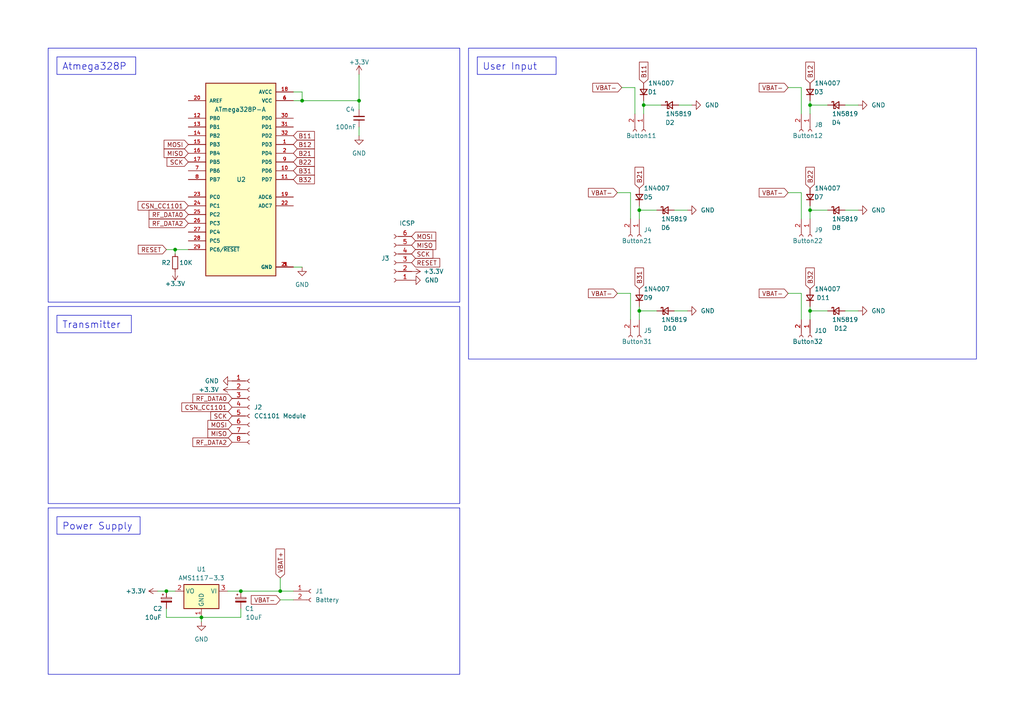
<source format=kicad_sch>
(kicad_sch (version 20230121) (generator eeschema)
  (paper "A4")
  (title_block (title "Garage Remote Lite") (date "2023-09-01") (rev "1.1.0") (company "Pablo Ortiz López") (comment 1 "Low Power Garage Remote Based on the CC1101 Module") (comment 2 "ortizma.com"))
  (lib_symbols
    (symbol "ATMEGA328P-AU:ATMEGA328P-AU" (pin_names (offset 1.016))
      (property "Reference" "U" (at -10.1755 29.2546 0))
      (property "Value" "ATMEGA328P-AU" (at -10.1669 -31.7714 0))
      (symbol "ATMEGA328P-AU_0_0"
        (rectangle (start -10.16 -27.94) (end 10.16 27.94) (stroke (width 0.254)) (fill (type background)))
        (pin bidirectional line (at 15.24 10.16 180) (length 5.08) (name "PD3") (number "1"))
        (pin bidirectional line (at 15.24 2.54 180) (length 5.08) (name "PD6") (number "10"))
        (pin bidirectional line (at 15.24 0 180) (length 5.08) (name "PD7") (number "11"))
        (pin bidirectional line (at -15.24 17.78 0) (length 5.08) (name "PB0") (number "12"))
        (pin bidirectional line (at -15.24 15.24 0) (length 5.08) (name "PB1") (number "13"))
        (pin bidirectional line (at -15.24 12.7 0) (length 5.08) (name "PB2") (number "14"))
        (pin bidirectional line (at -15.24 10.16 0) (length 5.08) (name "PB3") (number "15"))
        (pin bidirectional line (at -15.24 7.62 0) (length 5.08) (name "PB4") (number "16"))
        (pin bidirectional line (at -15.24 5.08 0) (length 5.08) (name "PB5") (number "17"))
        (pin power_in line (at 15.24 25.4 180) (length 5.08) (name "AVCC") (number "18"))
        (pin bidirectional line (at 15.24 -5.08 180) (length 5.08) (name "ADC6") (number "19"))
        (pin bidirectional line (at 15.24 7.62 180) (length 5.08) (name "PD4") (number "2"))
        (pin input line (at -15.24 22.86 0) (length 5.08) (name "AREF") (number "20"))
        (pin power_in line (at 15.24 -25.4 180) (length 5.08) (name "GND") (number "21"))
        (pin bidirectional line (at 15.24 -7.62 180) (length 5.08) (name "ADC7") (number "22"))
        (pin bidirectional line (at -15.24 -5.08 0) (length 5.08) (name "PC0") (number "23"))
        (pin bidirectional line (at -15.24 -7.62 0) (length 5.08) (name "PC1") (number "24"))
        (pin bidirectional line (at -15.24 -10.16 0) (length 5.08) (name "PC2") (number "25"))
        (pin bidirectional line (at -15.24 -12.7 0) (length 5.08) (name "PC3") (number "26"))
        (pin bidirectional line (at -15.24 -15.24 0) (length 5.08) (name "PC4") (number "27"))
        (pin bidirectional line (at -15.24 -17.78 0) (length 5.08) (name "PC5") (number "28"))
        (pin bidirectional line (at -15.24 -20.32 0) (length 5.08) (name "PC6/~{RESET}") (number "29"))
        (pin power_in line (at 15.24 -25.4 180) (length 5.08) (name "GND") (number "3"))
        (pin bidirectional line (at 15.24 17.78 180) (length 5.08) (name "PD0") (number "30"))
        (pin bidirectional line (at 15.24 15.24 180) (length 5.08) (name "PD1") (number "31"))
        (pin bidirectional line (at 15.24 12.7 180) (length 5.08) (name "PD2") (number "32"))
        (pin power_in line (at 15.24 22.86 180) (length 5.08) (name "VCC") (number "4"))
        (pin power_in line (at 15.24 -25.4 180) (length 5.08) (name "GND") (number "5"))
        (pin power_in line (at 15.24 22.86 180) (length 5.08) (name "VCC") (number "6"))
        (pin bidirectional line (at -15.24 2.54 0) (length 5.08) (name "PB6") (number "7"))
        (pin bidirectional line (at -15.24 0 0) (length 5.08) (name "PB7") (number "8"))
        (pin bidirectional line (at 15.24 5.08 180) (length 5.08) (name "PD5") (number "9"))
      )
    )
    (symbol "Connector:Conn_01x02_Socket" (pin_names (offset 1.016) hide)
      (property "Reference" "J" (at 0 2.54 0))
      (property "Value" "Conn_01x02_Socket" (at 0 -5.08 0))
      (symbol "Conn_01x02_Socket_1_1"
        (arc (start 0 -2.032) (mid -0.5058 -2.54) (end 0 -3.048) (stroke (width 0.1524)))
        (polyline (pts (xy -1.27 -2.54) (xy -0.508 -2.54)) (stroke (width 0.1524)))
        (polyline (pts (xy -1.27 0) (xy -0.508 0)) (stroke (width 0.1524)))
        (arc (start 0 0.508) (mid -0.5058 0) (end 0 -0.508) (stroke (width 0.1524)))
        (pin passive line (at -5.08 0 0) (length 3.81) (name "Pin_1") (number "1"))
        (pin passive line (at -5.08 -2.54 0) (length 3.81) (name "Pin_2") (number "2"))
      )
    )
    (symbol "Connector:Conn_01x06_Socket" (pin_names (offset 1.016) hide)
      (property "Reference" "J" (at 0 7.62 0))
      (property "Value" "Conn_01x06_Socket" (at 0 -10.16 0))
      (symbol "Conn_01x06_Socket_1_1"
        (arc (start 0 -7.112) (mid -0.5058 -7.62) (end 0 -8.128) (stroke (width 0.1524)))
        (arc (start 0 -4.572) (mid -0.5058 -5.08) (end 0 -5.588) (stroke (width 0.1524)))
        (arc (start 0 -2.032) (mid -0.5058 -2.54) (end 0 -3.048) (stroke (width 0.1524)))
        (polyline (pts (xy -1.27 -7.62) (xy -0.508 -7.62)) (stroke (width 0.1524)))
        (polyline (pts (xy -1.27 -5.08) (xy -0.508 -5.08)) (stroke (width 0.1524)))
        (polyline (pts (xy -1.27 -2.54) (xy -0.508 -2.54)) (stroke (width 0.1524)))
        (polyline (pts (xy -1.27 0) (xy -0.508 0)) (stroke (width 0.1524)))
        (polyline (pts (xy -1.27 2.54) (xy -0.508 2.54)) (stroke (width 0.1524)))
        (polyline (pts (xy -1.27 5.08) (xy -0.508 5.08)) (stroke (width 0.1524)))
        (arc (start 0 0.508) (mid -0.5058 0) (end 0 -0.508) (stroke (width 0.1524)))
        (arc (start 0 3.048) (mid -0.5058 2.54) (end 0 2.032) (stroke (width 0.1524)))
        (arc (start 0 5.588) (mid -0.5058 5.08) (end 0 4.572) (stroke (width 0.1524)))
        (pin passive line (at -5.08 5.08 0) (length 3.81) (name "Pin_1") (number "1"))
        (pin passive line (at -5.08 2.54 0) (length 3.81) (name "Pin_2") (number "2"))
        (pin passive line (at -5.08 0 0) (length 3.81) (name "Pin_3") (number "3"))
        (pin passive line (at -5.08 -2.54 0) (length 3.81) (name "Pin_4") (number "4"))
        (pin passive line (at -5.08 -5.08 0) (length 3.81) (name "Pin_5") (number "5"))
        (pin passive line (at -5.08 -7.62 0) (length 3.81) (name "Pin_6") (number "6"))
      )
    )
    (symbol "Connector:Conn_01x08_Socket" (pin_names (offset 1.016) hide)
      (property "Reference" "J" (at 0 10.16 0))
      (property "Value" "Conn_01x08_Socket" (at 0 -12.7 0))
      (symbol "Conn_01x08_Socket_1_1"
        (arc (start 0 -9.652) (mid -0.5058 -10.16) (end 0 -10.668) (stroke (width 0.1524)))
        (arc (start 0 -7.112) (mid -0.5058 -7.62) (end 0 -8.128) (stroke (width 0.1524)))
        (arc (start 0 -4.572) (mid -0.5058 -5.08) (end 0 -5.588) (stroke (width 0.1524)))
        (arc (start 0 -2.032) (mid -0.5058 -2.54) (end 0 -3.048) (stroke (width 0.1524)))
        (polyline (pts (xy -1.27 -10.16) (xy -0.508 -10.16)) (stroke (width 0.1524)))
        (polyline (pts (xy -1.27 -7.62) (xy -0.508 -7.62)) (stroke (width 0.1524)))
        (polyline (pts (xy -1.27 -5.08) (xy -0.508 -5.08)) (stroke (width 0.1524)))
        (polyline (pts (xy -1.27 -2.54) (xy -0.508 -2.54)) (stroke (width 0.1524)))
        (polyline (pts (xy -1.27 0) (xy -0.508 0)) (stroke (width 0.1524)))
        (polyline (pts (xy -1.27 2.54) (xy -0.508 2.54)) (stroke (width 0.1524)))
        (polyline (pts (xy -1.27 5.08) (xy -0.508 5.08)) (stroke (width 0.1524)))
        (polyline (pts (xy -1.27 7.62) (xy -0.508 7.62)) (stroke (width 0.1524)))
        (arc (start 0 0.508) (mid -0.5058 0) (end 0 -0.508) (stroke (width 0.1524)))
        (arc (start 0 3.048) (mid -0.5058 2.54) (end 0 2.032) (stroke (width 0.1524)))
        (arc (start 0 5.588) (mid -0.5058 5.08) (end 0 4.572) (stroke (width 0.1524)))
        (arc (start 0 8.128) (mid -0.5058 7.62) (end 0 7.112) (stroke (width 0.1524)))
        (pin passive line (at -5.08 7.62 0) (length 3.81) (name "Pin_1") (number "1"))
        (pin passive line (at -5.08 5.08 0) (length 3.81) (name "Pin_2") (number "2"))
        (pin passive line (at -5.08 2.54 0) (length 3.81) (name "Pin_3") (number "3"))
        (pin passive line (at -5.08 0 0) (length 3.81) (name "Pin_4") (number "4"))
        (pin passive line (at -5.08 -2.54 0) (length 3.81) (name "Pin_5") (number "5"))
        (pin passive line (at -5.08 -5.08 0) (length 3.81) (name "Pin_6") (number "6"))
        (pin passive line (at -5.08 -7.62 0) (length 3.81) (name "Pin_7") (number "7"))
        (pin passive line (at -5.08 -10.16 0) (length 3.81) (name "Pin_8") (number "8"))
      )
    )
    (symbol "Device:C_Polarized_Small" (pin_numbers hide) (pin_names (offset 0.254) hide)
      (property "Reference" "C" (at 0.254 1.778 0))
      (property "Value" "C_Polarized_Small" (at 0.254 -2.032 0))
      (symbol "C_Polarized_Small_0_1"
        (rectangle (start -1.524 -0.3048) (end 1.524 -0.6858) (fill (type outline)))
        (rectangle (start -1.524 0.6858) (end 1.524 0.3048))
        (polyline (pts (xy -1.27 1.524) (xy -0.762 1.524)))
        (polyline (pts (xy -1.016 1.27) (xy -1.016 1.778)))
      )
      (symbol "C_Polarized_Small_1_1"
        (pin passive line (at 0 2.54 270) (length 1.8542) (name "~") (number "1"))
        (pin passive line (at 0 -2.54 90) (length 1.8542) (name "~") (number "2"))
      )
    )
    (symbol "Device:C_Small" (pin_numbers hide) (pin_names (offset 0.254) hide)
      (property "Reference" "C" (at 0.254 1.778 0))
      (property "Value" "C_Small" (at 0.254 -2.032 0))
      (symbol "C_Small_0_1"
        (polyline (pts (xy -1.524 -0.508) (xy 1.524 -0.508)) (stroke (width 0.3302)))
        (polyline (pts (xy -1.524 0.508) (xy 1.524 0.508)) (stroke (width 0.3048)))
      )
      (symbol "C_Small_1_1"
        (pin passive line (at 0 2.54 270) (length 2.032) (name "~") (number "1"))
        (pin passive line (at 0 -2.54 90) (length 2.032) (name "~") (number "2"))
      )
    )
    (symbol "Device:D_Schottky_Small" (pin_numbers hide) (pin_names (offset 0.254) hide)
      (property "Reference" "D" (at -1.27 2.032 0))
      (property "Value" "D_Schottky_Small" (at -7.112 -2.032 0))
      (symbol "D_Schottky_Small_0_1"
        (polyline (pts (xy -0.762 0) (xy 0.762 0)))
        (polyline (pts (xy 0.762 -1.016) (xy -0.762 0) (xy 0.762 1.016) (xy 0.762 -1.016)) (stroke (width 0.254)))
        (polyline (pts (xy -1.27 0.762) (xy -1.27 1.016) (xy -0.762 1.016) (xy -0.762 -1.016) (xy -0.254 -1.016) (xy -0.254 -0.762)) (stroke (width 0.254)))
      )
      (symbol "D_Schottky_Small_1_1"
        (pin passive line (at -2.54 0 0) (length 1.778) (name "K") (number "1"))
        (pin passive line (at 2.54 0 180) (length 1.778) (name "A") (number "2"))
      )
    )
    (symbol "Device:D_Small" (pin_numbers hide) (pin_names (offset 0.254) hide)
      (property "Reference" "D" (at -1.27 2.032 0))
      (property "Value" "D_Small" (at -3.81 -2.032 0))
      (symbol "D_Small_0_1"
        (polyline (pts (xy -0.762 -1.016) (xy -0.762 1.016)) (stroke (width 0.254)))
        (polyline (pts (xy -0.762 0) (xy 0.762 0)))
        (polyline (pts (xy 0.762 -1.016) (xy -0.762 0) (xy 0.762 1.016) (xy 0.762 -1.016)) (stroke (width 0.254)))
      )
      (symbol "D_Small_1_1"
        (pin passive line (at -2.54 0 0) (length 1.778) (name "K") (number "1"))
        (pin passive line (at 2.54 0 180) (length 1.778) (name "A") (number "2"))
      )
    )
    (symbol "Device:R_Small" (pin_numbers hide) (pin_names (offset 0.254) hide)
      (property "Reference" "R" (at 0.762 0.508 0))
      (property "Value" "R_Small" (at 0.762 -1.016 0))
      (symbol "R_Small_0_1"
        (rectangle (start -0.762 1.778) (end 0.762 -1.778) (stroke (width 0.2032)))
      )
      (symbol "R_Small_1_1"
        (pin passive line (at 0 2.54 270) (length 0.762) (name "~") (number "1"))
        (pin passive line (at 0 -2.54 90) (length 0.762) (name "~") (number "2"))
      )
    )
    (symbol "Regulator_Linear:AMS1117-3.3"
      (property "Reference" "U" (at -3.81 3.175 0))
      (property "Value" "AMS1117-3.3" (at 0 3.175 0))
      (symbol "AMS1117-3.3_0_1"
        (rectangle (start -5.08 -5.08) (end 5.08 1.905) (stroke (width 0.254)) (fill (type background)))
      )
      (symbol "AMS1117-3.3_1_1"
        (pin power_in line (at 0 -7.62 90) (length 2.54) (name "GND") (number "1"))
        (pin power_out line (at 7.62 0 180) (length 2.54) (name "VO") (number "2"))
        (pin power_in line (at -7.62 0 0) (length 2.54) (name "VI") (number "3"))
      )
    )
    (symbol "power:+3.3V" (power) (pin_names (offset 0))
      (property "Value" "+3.3V" (at 0 3.556 0))
      (symbol "+3.3V_0_1"
        (polyline (pts (xy -0.762 1.27) (xy 0 2.54)))
        (polyline (pts (xy 0 0) (xy 0 2.54)))
        (polyline (pts (xy 0 2.54) (xy 0.762 1.27)))
      )
      (symbol "+3.3V_1_1"
        (pin power_in line (at 0 0 90) (length 0) hide (name "+3.3V") (number "1"))
      )
    )
    (symbol "power:GND" (power) (pin_names (offset 0))
      (property "Value" "GND" (at 0 -3.81 0))
      (symbol "GND_0_1"
        (polyline (pts (xy 0 0) (xy 0 -1.27) (xy 1.27 -1.27) (xy 0 -2.54) (xy -1.27 -1.27) (xy 0 -1.27)))
      )
      (symbol "GND_1_1"
        (pin power_in line (at 0 0 270) (length 0) hide (name "GND") (number "1"))
      )
    )
  )
  (junction (at 186.69 30.48))
  (junction (at 234.95 60.96))
  (junction (at 185.42 90.17))
  (junction (at 81.28 171.45))
  (junction (at 234.95 90.17))
  (junction (at 234.95 30.48))
  (junction (at 48.26 171.45))
  (junction (at 50.8 72.39))
  (junction (at 104.14 29.21))
  (junction (at 58.42 179.07))
  (junction (at 185.42 60.96))
  (junction (at 87.63 29.21))
  (junction (at 69.85 171.45))
  (wire (pts (xy 48.26 179.07) (xy 58.42 179.07)))
  (wire (pts (xy 234.95 29.21) (xy 234.95 30.48)))
  (wire (pts (xy 87.63 26.67) (xy 87.63 29.21)))
  (wire (pts (xy 104.14 36.83) (xy 104.14 39.37)))
  (wire (pts (xy 186.69 30.48) (xy 186.69 33.02)))
  (wire (pts (xy 185.42 90.17) (xy 190.5 90.17)))
  (wire (pts (xy 195.58 60.96) (xy 199.39 60.96)))
  (wire (pts (xy 58.42 179.07) (xy 58.42 180.34)))
  (wire (pts (xy 50.8 72.39) (xy 54.61 72.39)))
  (wire (pts (xy 85.09 77.47) (xy 87.63 77.47)))
  (wire (pts (xy 184.15 25.4) (xy 184.15 33.02)))
  (wire (pts (xy 232.41 85.09) (xy 232.41 92.71)))
  (wire (pts (xy 50.8 73.66) (xy 50.8 72.39)))
  (wire (pts (xy 186.69 30.48) (xy 191.77 30.48)))
  (wire (pts (xy 228.6 55.88) (xy 232.41 55.88)))
  (wire (pts (xy 69.85 179.07) (xy 58.42 179.07)))
  (wire (pts (xy 196.85 30.48) (xy 200.66 30.48)))
  (wire (pts (xy 245.11 60.96) (xy 248.92 60.96)))
  (wire (pts (xy 81.28 173.99) (xy 85.09 173.99)))
  (wire (pts (xy 81.28 167.64) (xy 81.28 171.45)))
  (wire (pts (xy 87.63 29.21) (xy 104.14 29.21)))
  (wire (pts (xy 234.95 30.48) (xy 234.95 33.02)))
  (wire (pts (xy 104.14 21.59) (xy 104.14 29.21)))
  (wire (pts (xy 234.95 60.96) (xy 234.95 63.5)))
  (wire (pts (xy 234.95 60.96) (xy 240.03 60.96)))
  (wire (pts (xy 185.42 60.96) (xy 185.42 63.5)))
  (wire (pts (xy 48.26 176.53) (xy 48.26 179.07)))
  (wire (pts (xy 234.95 59.69) (xy 234.95 60.96)))
  (wire (pts (xy 69.85 176.53) (xy 69.85 179.07)))
  (wire (pts (xy 245.11 30.48) (xy 248.92 30.48)))
  (wire (pts (xy 245.11 90.17) (xy 248.92 90.17)))
  (wire (pts (xy 104.14 29.21) (xy 104.14 31.75)))
  (wire (pts (xy 182.88 55.88) (xy 182.88 63.5)))
  (wire (pts (xy 234.95 88.9) (xy 234.95 90.17)))
  (wire (pts (xy 66.04 171.45) (xy 69.85 171.45)))
  (wire (pts (xy 185.42 59.69) (xy 185.42 60.96)))
  (wire (pts (xy 185.42 90.17) (xy 185.42 92.71)))
  (wire (pts (xy 81.28 171.45) (xy 85.09 171.45)))
  (wire (pts (xy 182.88 85.09) (xy 182.88 92.71)))
  (wire (pts (xy 195.58 90.17) (xy 199.39 90.17)))
  (wire (pts (xy 179.07 85.09) (xy 182.88 85.09)))
  (wire (pts (xy 85.09 26.67) (xy 87.63 26.67)))
  (wire (pts (xy 69.85 171.45) (xy 81.28 171.45)))
  (wire (pts (xy 87.63 29.21) (xy 85.09 29.21)))
  (wire (pts (xy 232.41 55.88) (xy 232.41 63.5)))
  (wire (pts (xy 234.95 90.17) (xy 234.95 92.71)))
  (wire (pts (xy 234.95 30.48) (xy 240.03 30.48)))
  (wire (pts (xy 228.6 85.09) (xy 232.41 85.09)))
  (wire (pts (xy 185.42 60.96) (xy 190.5 60.96)))
  (wire (pts (xy 48.26 171.45) (xy 50.8 171.45)))
  (wire (pts (xy 186.69 29.21) (xy 186.69 30.48)))
  (wire (pts (xy 228.6 25.4) (xy 232.41 25.4)))
  (wire (pts (xy 180.34 25.4) (xy 184.15 25.4)))
  (wire (pts (xy 234.95 90.17) (xy 240.03 90.17)))
  (wire (pts (xy 179.07 55.88) (xy 182.88 55.88)))
  (wire (pts (xy 45.72 171.45) (xy 48.26 171.45)))
  (wire (pts (xy 185.42 88.9) (xy 185.42 90.17)))
  (wire (pts (xy 232.41 25.4) (xy 232.41 33.02)))
  (wire (pts (xy 48.26 72.39) (xy 50.8 72.39)))
  (rectangle (start 13.97 147.32) (end 133.35 195.58))
  (rectangle (start 135.89 13.97) (end 283.21 104.14))
  (rectangle (start 13.97 13.97) (end 133.35 87.63))
  (rectangle (start 13.97 88.9) (end 133.35 146.05))
  (text_box "User Input" (at 138.43 16.51 0) (size 22.86 5.08) (effects (font (size 2 2)) (justify left top)))
  (text_box "Atmega328P" (at 16.51 16.51 0) (size 22.86 5.08) (effects (font (size 2 2)) (justify left top)))
  (text_box "Power Supply" (at 16.51 149.86 0) (size 24.13 5.08) (effects (font (size 2 2)) (justify left top)))
  (text_box "Transmitter" (at 16.51 91.44 0) (size 21.59 5.08) (effects (font (size 2 2)) (justify left top)))
  (global_label "VBAT-" (shape input) (at 81.28 173.99 180) (property "Intersheetrefs" "${INTERSHEET_REFS}" (effects hide)))
  (global_label "RESET" (shape input) (at 48.26 72.39 180) (property "Intersheetrefs" "${INTERSHEET_REFS}" (effects hide)))
  (global_label "MOSI" (shape input) (at 54.61 41.91 180) (property "Intersheetrefs" "${INTERSHEET_REFS}" (effects hide)))
  (global_label "RF_DATA0" (shape input) (at 67.31 115.57 180) (property "Intersheetrefs" "${INTERSHEET_REFS}" (effects hide)))
  (global_label "RESET" (shape input) (at 119.38 76.2 0) (property "Intersheetrefs" "${INTERSHEET_REFS}" (effects hide)))
  (global_label "B31" (shape input) (at 185.42 83.82 90) (property "Intersheetrefs" "${INTERSHEET_REFS}" (effects hide)))
  (global_label "RF_DATA0" (shape input) (at 54.61 62.23 180) (property "Intersheetrefs" "${INTERSHEET_REFS}" (effects hide)))
  (global_label "CSN_CC1101" (shape input) (at 67.31 118.11 180) (property "Intersheetrefs" "${INTERSHEET_REFS}" (effects hide)))
  (global_label "B32" (shape input) (at 234.95 83.82 90) (property "Intersheetrefs" "${INTERSHEET_REFS}" (effects hide)))
  (global_label "VBAT-" (shape input) (at 180.34 25.4 180) (property "Intersheetrefs" "${INTERSHEET_REFS}" (effects hide)))
  (global_label "MOSI" (shape input) (at 119.38 68.58 0) (property "Intersheetrefs" "${INTERSHEET_REFS}" (effects hide)))
  (global_label "B22" (shape input) (at 85.09 46.99 0) (property "Intersheetrefs" "${INTERSHEET_REFS}" (effects hide)))
  (global_label "B12" (shape input) (at 234.95 24.13 90) (property "Intersheetrefs" "${INTERSHEET_REFS}" (effects hide)))
  (global_label "B21" (shape input) (at 185.42 54.61 90) (property "Intersheetrefs" "${INTERSHEET_REFS}" (effects hide)))
  (global_label "VBAT-" (shape input) (at 228.6 55.88 180) (property "Intersheetrefs" "${INTERSHEET_REFS}" (effects hide)))
  (global_label "B12" (shape input) (at 85.09 41.91 0) (property "Intersheetrefs" "${INTERSHEET_REFS}" (effects hide)))
  (global_label "VBAT-" (shape input) (at 228.6 25.4 180) (property "Intersheetrefs" "${INTERSHEET_REFS}" (effects hide)))
  (global_label "MISO" (shape input) (at 67.31 125.73 180) (property "Intersheetrefs" "${INTERSHEET_REFS}" (effects hide)))
  (global_label "MISO" (shape input) (at 119.38 71.12 0) (property "Intersheetrefs" "${INTERSHEET_REFS}" (effects hide)))
  (global_label "RF_DATA2" (shape input) (at 54.61 64.77 180) (property "Intersheetrefs" "${INTERSHEET_REFS}" (effects hide)))
  (global_label "B32" (shape input) (at 85.09 52.07 0) (property "Intersheetrefs" "${INTERSHEET_REFS}" (effects hide)))
  (global_label "B11" (shape input) (at 85.09 39.37 0) (property "Intersheetrefs" "${INTERSHEET_REFS}" (effects hide)))
  (global_label "CSN_CC1101" (shape input) (at 54.61 59.69 180) (property "Intersheetrefs" "${INTERSHEET_REFS}" (effects hide)))
  (global_label "B31" (shape input) (at 85.09 49.53 0) (property "Intersheetrefs" "${INTERSHEET_REFS}" (effects hide)))
  (global_label "VBAT-" (shape input) (at 179.07 85.09 180) (property "Intersheetrefs" "${INTERSHEET_REFS}" (effects hide)))
  (global_label "VBAT-" (shape input) (at 179.07 55.88 180) (property "Intersheetrefs" "${INTERSHEET_REFS}" (effects hide)))
  (global_label "SCK" (shape input) (at 67.31 120.65 180) (property "Intersheetrefs" "${INTERSHEET_REFS}" (effects hide)))
  (global_label "VBAT-" (shape input) (at 228.6 85.09 180) (property "Intersheetrefs" "${INTERSHEET_REFS}" (effects hide)))
  (global_label "MOSI" (shape input) (at 67.31 123.19 180) (property "Intersheetrefs" "${INTERSHEET_REFS}" (effects hide)))
  (global_label "B22" (shape input) (at 234.95 54.61 90) (property "Intersheetrefs" "${INTERSHEET_REFS}" (effects hide)))
  (global_label "B21" (shape input) (at 85.09 44.45 0) (property "Intersheetrefs" "${INTERSHEET_REFS}" (effects hide)))
  (global_label "VBAT+" (shape input) (at 81.28 167.64 90) (property "Intersheetrefs" "${INTERSHEET_REFS}" (effects hide)))
  (global_label "B11" (shape input) (at 186.69 24.13 90) (property "Intersheetrefs" "${INTERSHEET_REFS}" (effects hide)))
  (global_label "RF_DATA2" (shape input) (at 67.31 128.27 180) (property "Intersheetrefs" "${INTERSHEET_REFS}" (effects hide)))
  (global_label "SCK" (shape input) (at 119.38 73.66 0) (property "Intersheetrefs" "${INTERSHEET_REFS}" (effects hide)))
  (global_label "SCK" (shape input) (at 54.61 46.99 180) (property "Intersheetrefs" "${INTERSHEET_REFS}" (effects hide)))
  (global_label "MISO" (shape input) (at 54.61 44.45 180) (property "Intersheetrefs" "${INTERSHEET_REFS}" (effects hide)))
  (symbol (lib_id "power:GND") (at 248.92 90.17 90) (unit 1)
    (property "Reference" "#PWR011" (effects hide))
    (property "Value" "GND" (at 252.73 90.17 90) (effects (justify right)))
  )
  (symbol (lib_id "Device:D_Schottky_Small") (at 194.31 30.48 0) (unit 1)
    (property "Reference" "D2" (at 194.31 35.56 0))
    (property "Value" "1N5819" (at 196.85 33.02 0))
    (property "Footprint" "Diode_SMD:D_SOD-523" (effects hide))
  )
  (symbol (lib_id "Device:D_Schottky_Small") (at 242.57 30.48 0) (unit 1)
    (property "Reference" "D4" (at 242.57 35.56 0))
    (property "Value" "1N5819" (at 245.11 33.02 0))
    (property "Footprint" "Diode_SMD:D_SOD-523" (effects hide))
  )
  (symbol (lib_id "ATMEGA328P-AU:ATMEGA328P-AU") (at 69.85 52.07 0) (unit 1)
    (property "Reference" "U2" (at 68.58 52.07 0) (effects (justify left)))
    (property "Value" "ATmega328P-A" (at 62.23 31.75 0) (effects (justify left)))
    (property "Footprint" "AA_Footprints:Atmega328p-TQFP" (effects hide))
    (property "Datasheet" "http://ww1.microchip.com/downloads/en/DeviceDoc/ATmega328_P%20AVR%20MCU%20with%20picoPower%20Technology%20Data%20Sheet%2040001984A.pdf" (effects hide))
    (property "MANUFACTURER" "Atmel" (effects hide))
  )
  (symbol (lib_id "power:GND") (at 104.14 39.37 0) (unit 1)
    (property "Reference" "#PWR012" (effects hide))
    (property "Value" "GND" (at 104.14 44.45 0))
  )
  (symbol (lib_id "Device:D_Small") (at 234.95 57.15 90) (unit 1)
    (property "Reference" "D7" (at 237.49 57.15 90))
    (property "Value" "1N4007" (at 240.03 54.61 90))
    (property "Footprint" "Diode_SMD:D_SOD-523" (effects hide))
    (property "Sim.Device" "D" (effects hide))
    (property "Sim.Pins" "1=K 2=A" (effects hide))
  )
  (symbol (lib_id "power:+3.3V") (at 119.38 78.74 270) (unit 1)
    (property "Reference" "#PWR0103" (effects hide))
    (property "Value" "+3.3V" (at 125.73 78.74 90))
  )
  (symbol (lib_id "Device:D_Schottky_Small") (at 193.04 90.17 0) (unit 1)
    (property "Reference" "D10" (at 194.31 95.25 0))
    (property "Value" "1N5819" (at 195.58 92.71 0))
    (property "Footprint" "Diode_SMD:D_SOD-523" (effects hide))
  )
  (symbol (lib_id "power:GND") (at 248.92 30.48 90) (unit 1)
    (property "Reference" "#PWR06" (effects hide))
    (property "Value" "GND" (at 252.73 30.48 90) (effects (justify right)))
  )
  (symbol (lib_id "Connector:Conn_01x06_Socket") (at 114.3 76.2 180) (unit 1)
    (property "Reference" "J3" (at 111.76 74.93 0))
    (property "Value" "ICSP" (at 118.11 64.77 0))
    (property "Footprint" "Connector_JST:JST_PH_B6B-PH-K_1x06_P2.00mm_Vertical" (effects hide))
  )
  (symbol (lib_id "power:GND") (at 87.63 77.47 0) (unit 1)
    (property "Reference" "#PWR08" (effects hide))
    (property "Value" "GND" (at 87.63 82.55 0))
  )
  (symbol (lib_id "Connector:Conn_01x02_Socket") (at 90.17 171.45 0) (unit 1)
    (property "Reference" "J1" (at 91.44 171.45 0) (effects (justify left)))
    (property "Value" "Battery" (at 91.44 173.99 0) (effects (justify left)))
    (property "Footprint" "AA_Footprints:BS-2032-3" (effects hide))
  )
  (symbol (lib_id "Connector:Conn_01x02_Socket") (at 186.69 38.1 270) (unit 1)
    (property "Reference" "J7" (effects hide))
    (property "Value" "Button11" (at 181.61 39.37 90) (effects (justify left)))
    (property "Footprint" "AA_Footprints:4.5mm switch" (effects hide))
  )
  (symbol (lib_id "Device:D_Small") (at 186.69 26.67 90) (unit 1)
    (property "Reference" "D1" (at 189.23 26.67 90))
    (property "Value" "1N4007" (at 191.77 24.13 90))
    (property "Footprint" "Diode_SMD:D_SOD-523" (effects hide))
    (property "Sim.Device" "D" (effects hide))
    (property "Sim.Pins" "1=K 2=A" (effects hide))
  )
  (symbol (lib_id "Device:R_Small") (at 50.8 76.2 180) (unit 1)
    (property "Reference" "R2" (at 49.53 76.2 0) (effects (justify left)))
    (property "Value" "10K" (at 55.88 76.2 0) (effects (justify left)))
    (property "Footprint" "Resistor_SMD:R_1206_3216Metric_Pad1.30x1.75mm_HandSolder" (effects hide))
  )
  (symbol (lib_id "power:+3.3V") (at 50.8 78.74 180) (unit 1)
    (property "Reference" "#PWR0101" (effects hide))
    (property "Value" "+3.3V" (at 50.8 82.296 0))
  )
  (symbol (lib_id "Connector:Conn_01x02_Socket") (at 185.42 68.58 270) (unit 1)
    (property "Reference" "J4" (at 186.69 66.675 90) (effects (justify left)))
    (property "Value" "Button21" (at 180.34 69.85 90) (effects (justify left)))
    (property "Footprint" "AA_Footprints:4.5mm switch" (effects hide))
  )
  (symbol (lib_id "power:+3.3V") (at 104.14 21.59 0) (unit 1)
    (property "Reference" "#PWR0102" (effects hide))
    (property "Value" "+3.3V" (at 104.14 18.034 0))
  )
  (symbol (lib_id "power:+3.3V") (at 45.72 171.45 90) (unit 1)
    (property "Reference" "#PWR04" (effects hide))
    (property "Value" "+3.3V" (at 39.37 171.45 90))
  )
  (symbol (lib_id "Device:C_Small") (at 104.14 34.29 180) (unit 1)
    (property "Reference" "C4" (at 101.6 31.75 0))
    (property "Value" "100nF" (at 100.33 36.83 0))
    (property "Footprint" "Capacitor_SMD:C_1210_3225Metric_Pad1.33x2.70mm_HandSolder" (effects hide))
  )
  (symbol (lib_id "Regulator_Linear:AMS1117-3.3") (at 58.42 171.45 0) (mirror y) (unit 1)
    (property "Reference" "U1" (at 58.42 165.1 0))
    (property "Value" "AMS1117-3.3" (at 58.42 167.64 0))
    (property "Footprint" "Package_TO_SOT_SMD:SOT-223-3_TabPin2" (effects hide))
    (property "Datasheet" "http://www.advanced-monolithic.com/pdf/ds1117.pdf" (effects hide))
  )
  (symbol (lib_id "power:+3.3V") (at 67.31 113.03 90) (unit 1)
    (property "Reference" "#PWR02" (effects hide))
    (property "Value" "+3.3V" (at 63.5 113.03 90) (effects (justify left)))
  )
  (symbol (lib_id "Connector:Conn_01x08_Socket") (at 72.39 118.11 0) (unit 1)
    (property "Reference" "J2" (at 73.66 118.11 0) (effects (justify left)))
    (property "Value" "CC1101 Module" (at 73.66 120.65 0) (effects (justify left)))
    (property "Footprint" "AA_Footprints:PE07-M1101D-SMA" (effects hide))
  )
  (symbol (lib_id "power:GND") (at 119.38 81.28 90) (unit 1)
    (property "Reference" "#PWR016" (effects hide))
    (property "Value" "GND" (at 123.19 81.28 90) (effects (justify right)))
  )
  (symbol (lib_id "power:GND") (at 199.39 60.96 90) (unit 1)
    (property "Reference" "#PWR07" (effects hide))
    (property "Value" "GND" (at 203.2 60.96 90) (effects (justify right)))
  )
  (symbol (lib_id "Device:D_Small") (at 185.42 86.36 90) (unit 1)
    (property "Reference" "D9" (at 187.96 86.36 90))
    (property "Value" "1N4007" (at 190.5 83.82 90))
    (property "Footprint" "Diode_SMD:D_SOD-523" (effects hide))
    (property "Sim.Device" "D" (effects hide))
    (property "Sim.Pins" "1=K 2=A" (effects hide))
  )
  (symbol (lib_id "Device:D_Small") (at 234.95 26.67 90) (unit 1)
    (property "Reference" "D3" (at 237.49 26.67 90))
    (property "Value" "1N4007" (at 240.03 24.13 90))
    (property "Footprint" "Diode_SMD:D_SOD-523" (effects hide))
    (property "Sim.Device" "D" (effects hide))
    (property "Sim.Pins" "1=K 2=A" (effects hide))
  )
  (symbol (lib_id "Device:D_Schottky_Small") (at 193.04 60.96 0) (unit 1)
    (property "Reference" "D6" (at 193.04 66.04 0))
    (property "Value" "1N5819" (at 195.58 63.5 0))
    (property "Footprint" "Diode_SMD:D_SOD-523" (effects hide))
  )
  (symbol (lib_id "power:GND") (at 200.66 30.48 90) (unit 1)
    (property "Reference" "#PWR05" (effects hide))
    (property "Value" "GND" (at 204.47 30.48 90) (effects (justify right)))
  )
  (symbol (lib_id "power:GND") (at 248.92 60.96 90) (unit 1)
    (property "Reference" "#PWR09" (effects hide))
    (property "Value" "GND" (at 252.73 60.96 90) (effects (justify right)))
  )
  (symbol (lib_id "power:GND") (at 199.39 90.17 90) (unit 1)
    (property "Reference" "#PWR010" (effects hide))
    (property "Value" "GND" (at 203.2 90.17 90) (effects (justify right)))
  )
  (symbol (lib_id "Device:D_Small") (at 185.42 57.15 90) (unit 1)
    (property "Reference" "D5" (at 187.96 57.15 90))
    (property "Value" "1N4007" (at 190.5 54.61 90))
    (property "Footprint" "Diode_SMD:D_SOD-523" (effects hide))
    (property "Sim.Device" "D" (effects hide))
    (property "Sim.Pins" "1=K 2=A" (effects hide))
  )
  (symbol (lib_id "power:GND") (at 67.31 110.49 270) (unit 1)
    (property "Reference" "#PWR01" (effects hide))
    (property "Value" "GND" (at 63.5 110.49 90) (effects (justify right)))
  )
  (symbol (lib_id "Connector:Conn_01x02_Socket") (at 234.95 97.79 270) (unit 1)
    (property "Reference" "J10" (at 236.22 95.885 90) (effects (justify left)))
    (property "Value" "Button32" (at 229.87 99.06 90) (effects (justify left)))
    (property "Footprint" "AA_Footprints:4.5mm switch" (effects hide))
  )
  (symbol (lib_id "Connector:Conn_01x02_Socket") (at 234.95 68.58 270) (unit 1)
    (property "Reference" "J9" (at 236.22 66.675 90) (effects (justify left)))
    (property "Value" "Button22" (at 229.87 69.85 90) (effects (justify left)))
    (property "Footprint" "AA_Footprints:4.5mm switch" (effects hide))
  )
  (symbol (lib_id "Device:D_Schottky_Small") (at 242.57 60.96 0) (unit 1)
    (property "Reference" "D8" (at 242.57 66.04 0))
    (property "Value" "1N5819" (at 245.11 63.5 0))
    (property "Footprint" "Diode_SMD:D_SOD-523" (effects hide))
  )
  (symbol (lib_id "Device:C_Polarized_Small") (at 48.26 173.99 0) (unit 1)
    (property "Reference" "C2" (at 45.72 176.53 0))
    (property "Value" "10uF" (at 44.45 179.07 0))
    (property "Footprint" "Capacitor_SMD:CP_Elec_5x5.9" (effects hide))
  )
  (symbol (lib_id "Device:D_Schottky_Small") (at 242.57 90.17 0) (unit 1)
    (property "Reference" "D12" (at 243.84 95.25 0))
    (property "Value" "1N5819" (at 245.11 92.71 0))
    (property "Footprint" "Diode_SMD:D_SOD-523" (effects hide))
  )
  (symbol (lib_id "Device:D_Small") (at 234.95 86.36 90) (unit 1)
    (property "Reference" "D11" (at 238.76 86.36 90))
    (property "Value" "1N4007" (at 240.03 83.82 90))
    (property "Footprint" "Diode_SMD:D_SOD-523" (effects hide))
    (property "Sim.Device" "D" (effects hide))
    (property "Sim.Pins" "1=K 2=A" (effects hide))
  )
  (symbol (lib_id "Device:C_Polarized_Small") (at 69.85 173.99 0) (unit 1)
    (property "Reference" "C1" (at 72.39 176.53 0))
    (property "Value" "10uF" (at 73.66 179.07 0))
    (property "Footprint" "Capacitor_SMD:CP_Elec_5x5.9" (effects hide))
  )
  (symbol (lib_id "Connector:Conn_01x02_Socket") (at 234.95 38.1 270) (unit 1)
    (property "Reference" "J8" (at 236.22 36.195 90) (effects (justify left)))
    (property "Value" "Button12" (at 229.87 39.37 90) (effects (justify left)))
    (property "Footprint" "AA_Footprints:4.5mm switch" (effects hide))
  )
  (symbol (lib_id "Connector:Conn_01x02_Socket") (at 185.42 97.79 270) (unit 1)
    (property "Reference" "J5" (at 186.69 95.885 90) (effects (justify left)))
    (property "Value" "Button31" (at 180.34 99.06 90) (effects (justify left)))
    (property "Footprint" "AA_Footprints:4.5mm switch" (effects hide))
  )
  (symbol (lib_id "power:GND") (at 58.42 180.34 0) (unit 1)
    (property "Reference" "#PWR03" (effects hide))
    (property "Value" "GND" (at 58.42 185.42 0))
  )
)
</source>
